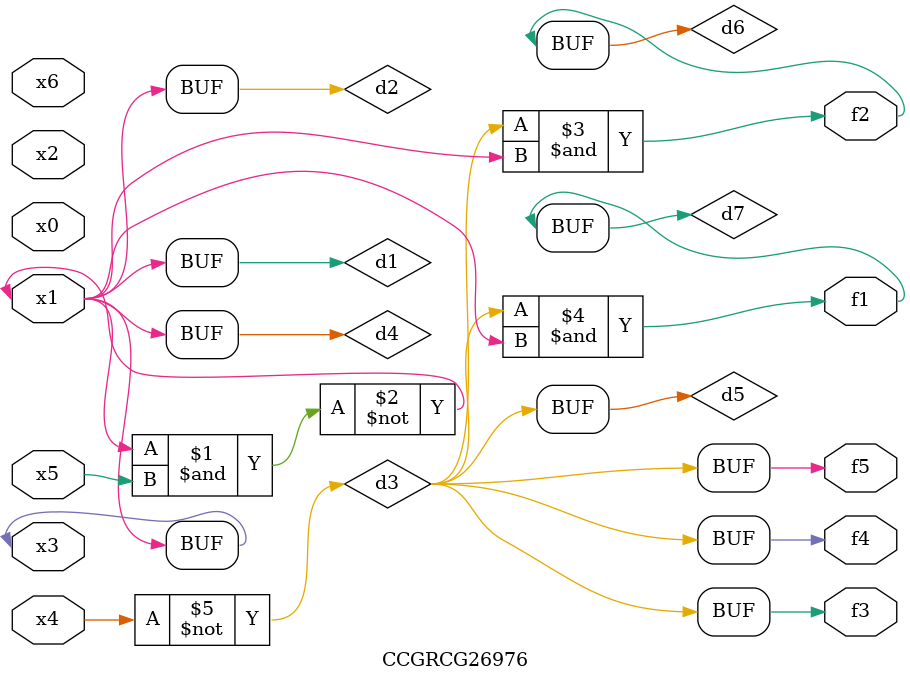
<source format=v>
module CCGRCG26976(
	input x0, x1, x2, x3, x4, x5, x6,
	output f1, f2, f3, f4, f5
);

	wire d1, d2, d3, d4, d5, d6, d7;

	buf (d1, x1, x3);
	nand (d2, x1, x5);
	not (d3, x4);
	buf (d4, d1, d2);
	buf (d5, d3);
	and (d6, d3, d4);
	and (d7, d3, d4);
	assign f1 = d7;
	assign f2 = d6;
	assign f3 = d5;
	assign f4 = d5;
	assign f5 = d5;
endmodule

</source>
